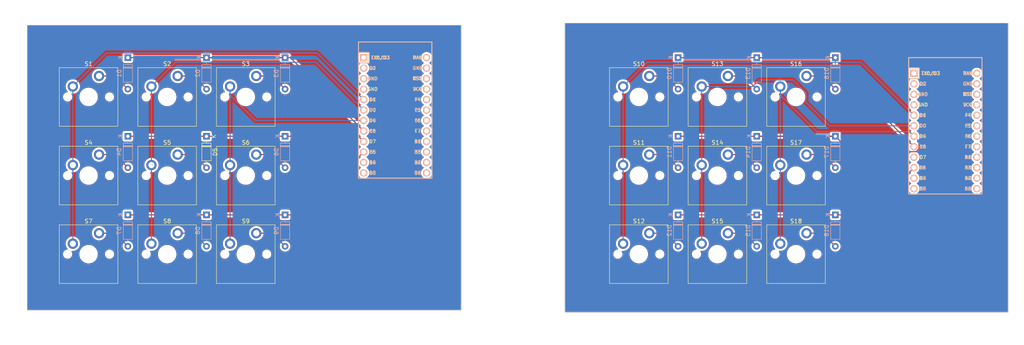
<source format=kicad_pcb>
(kicad_pcb (version 20221018) (generator pcbnew)
  (layers (0 "F.Cu" signal) (31 "B.Cu" signal) (34 "B.Paste" user) (35 "F.Paste" user) (36 "B.SilkS" user "B.Silkscreen") (37 "F.SilkS" user "F.Silkscreen") (38 "B.Mask" user) (39 "F.Mask" user) (44 "Edge.Cuts" user))
  (net 0 "")
  (net 5 "Column0")
  (net 6 "Column1")
  (net 7 "Column2")
  (net 8 "Row0")
  (net 9 "Row2")
  (net 10 "Row1")
  (net 25 "Net-(D1-A)")
  (net 26 "Net-(D2-A)")
  (net 27 "Net-(D3-A)")
  (net 28 "Net-(D4-A)")
  (net 29 "Net-(D5-A)")
  (net 30 "Net-(D6-A)")
  (net 31 "Net-(D7-A)")
  (net 32 "Net-(D8-A)")
  (net 33 "Net-(D9-A)")
  (net 34 "Row01")
  (net 35 "Net-(D10-A)")
  (net 36 "Row11")
  (net 37 "Net-(D11-A)")
  (net 38 "Row21")
  (net 39 "Net-(D12-A)")
  (net 40 "Net-(D13-A)")
  (net 41 "Net-(D14-A)")
  (net 42 "Net-(D15-A)")
  (net 43 "Net-(D16-A)")
  (net 44 "Net-(D17-A)")
  (net 45 "Net-(D18-A)")
  (net 46 "Column01")
  (net 47 "Column11")
  (net 48 "Column21")
  (footprint "ScottoKeebs_MX:MX_PCB_1.00u" (layer "F.Cu") (at 180.975 47.625)
    (fp_text reference "S10" (at 0 -8) (layer "F.SilkS"))
    (fp_text value "Keyswitch")
    (pad "" np_thru_hole circle (at -5.08 0) (size 1.75 1.75) (drill 1.75) (layers "*.Cu" "*.Mask"))
    (pad "" np_thru_hole circle (at 0 0) (size 4 4) (drill 4) (layers "*.Cu" "*.Mask"))
    (pad "" np_thru_hole circle (at 5.08 0) (size 1.75 1.75) (drill 1.75) (layers "*.Cu" "*.Mask"))
    (pad "1" thru_hole circle (at -3.81 -2.54) (size 2.5 2.5) (drill 1.5) (layers "*.Cu" "*.Mask") (net 46 "Column01"))
    (pad "2" thru_hole circle (at 2.54 -5.08) (size 2.5 2.5) (drill 1.5) (layers "*.Cu" "*.Mask") (net 35 "Net-(D10-A)"))
  )
  (footprint "ScottoKeebs_MX:MX_PCB_1.00u" (layer "F.Cu") (at 85.725 66.675)
    (fp_text reference "S6" (at 0 -8) (layer "F.SilkS"))
    (fp_text value "Keyswitch")
    (pad "" np_thru_hole circle (at -5.08 0) (size 1.75 1.75) (drill 1.75) (layers "*.Cu" "*.Mask"))
    (pad "" np_thru_hole circle (at 0 0) (size 4 4) (drill 4) (layers "*.Cu" "*.Mask"))
    (pad "" np_thru_hole circle (at 5.08 0) (size 1.75 1.75) (drill 1.75) (layers "*.Cu" "*.Mask"))
    (pad "1" thru_hole circle (at -3.81 -2.54) (size 2.5 2.5) (drill 1.5) (layers "*.Cu" "*.Mask") (net 7 "Column2"))
    (pad "2" thru_hole circle (at 2.54 -5.08) (size 2.5 2.5) (drill 1.5) (layers "*.Cu" "*.Mask") (net 30 "Net-(D6-A)"))
  )
  (footprint "ScottoKeebs_MX:MX_PCB_1.00u" (layer "F.Cu") (at 200.025 66.675)
    (fp_text reference "S14" (at 0 -8) (layer "F.SilkS"))
    (fp_text value "Keyswitch")
    (pad "" np_thru_hole circle (at -5.08 0) (size 1.75 1.75) (drill 1.75) (layers "*.Cu" "*.Mask"))
    (pad "" np_thru_hole circle (at 0 0) (size 4 4) (drill 4) (layers "*.Cu" "*.Mask"))
    (pad "" np_thru_hole circle (at 5.08 0) (size 1.75 1.75) (drill 1.75) (layers "*.Cu" "*.Mask"))
    (pad "1" thru_hole circle (at -3.81 -2.54) (size 2.5 2.5) (drill 1.5) (layers "*.Cu" "*.Mask") (net 47 "Column11"))
    (pad "2" thru_hole circle (at 2.54 -5.08) (size 2.5 2.5) (drill 1.5) (layers "*.Cu" "*.Mask") (net 41 "Net-(D14-A)"))
  )
  (footprint "ScottoKeebs_MCU:Arduino_Pro_Micro" (layer "F.Cu") (at 121.92 52.07)
    (fp_text reference "U1" hide)
    (fp_text value "Arduino_Pro_Micro" hide)
    (fp_text user "TX0/D3" (at -3.571872 -13.97) (layer "B.SilkS") (effects (font (size 0.8 0.8)) (justify mirror)))
    (fp_text user "B2" (at 5.461 11.43) (layer "B.SilkS") (effects (font (size 0.8 0.8)) (justify mirror)))
    (fp_text user "B5" (at -5.461 13.97) (layer "B.SilkS") (effects (font (size 0.8 0.8)) (justify mirror)))
    (fp_text user "F4" (at 5.461 -3.81) (layer "B.SilkS") (effects (font (size 0.8 0.8)) (justify mirror)))
    (fp_text user "B4" (at -5.461 11.43) (layer "B.SilkS") (effects (font (size 0.8 0.8)) (justify mirror)))
    (fp_text user "ST" (at 5.04 -8.91) (layer "B.SilkS") (effects (font (size 0.8 0.8)) (justify mirror)))
    (fp_text user "B3" (at 5.461 8.89) (layer "B.SilkS") (effects (font (size 0.8 0.8)) (justify mirror)))
    (fp_text user "GND" (at 5.461 -11.43) (layer "B.SilkS") (effects (font (size 0.8 0.8)) (justify mirror)))
    (fp_text user "C6" (at -5.461 3.81) (layer "B.SilkS") (effects (font (size 0.8 0.8)) (justify mirror)))
    (fp_text user "D2" (at -5.461 -11.43) (layer "B.SilkS") (effects (font (size 0.8 0.8)) (justify mirror)))
    (fp_text user "B6" (at 5.461 13.97) (layer "B.SilkS") (effects (font (size 0.8 0.8)) (justify mirror)))
    (fp_text user "GND" (at -5.461 -8.89) (layer "B.SilkS") (effects (font (size 0.8 0.8)) (justify mirror)))
    (fp_text user "B1" (at 5.461 6.35) (layer "B.SilkS") (effects (font (size 0.8 0.8)) (justify mirror)))
    (fp_text user "VCC" (at 5.461 -6.35) (layer "B.SilkS") (effects (font (size 0.8 0.8)) (justify mirror)))
    (fp_text user "D1" (at -5.461 -3.81) (layer "B.SilkS") (effects (font (size 0.8 0.8)) (justify mirror)))
    (fp_text user "RAW" (at 5.461 -13.97) (layer "B.SilkS") (effects (font (size 0.8 0.8)) (justify mirror)))
    (fp_text user "E6" (at -5.461 8.89) (layer "B.SilkS") (effects (font (size 0.8 0.8)) (justify mirror)))
    (fp_text user "F7" (at 5.461 3.81) (layer "B.SilkS") (effects (font (size 0.8 0.8)) (justify mirror)))
    (fp_text user "D0" (at -5.461 -1.27) (layer "B.SilkS") (effects (font (size 0.8 0.8)) (justify mirror)))
    (fp_text user "D4" (at -5.461 1.27) (layer "B.SilkS") (effects (font (size 0.8 0.8)) (justify mirror)))
    (fp_text user "F5" (at 5.461 -1.27) (layer "B.SilkS") (effects (font (size 0.8 0.8)) (justify mirror)))
    (fp_text user "F6" (at 5.461 1.27) (layer "B.SilkS") (effects (font (size 0.8 0.8)) (justify mirror)))
    (fp_text user "B2" (at 5.461 11.43) (layer "F.SilkS") (effects (font (size 0.8 0.8))))
    (fp_text user "F6" (at 5.461 1.27) (layer "F.SilkS") (effects (font (size 0.8 0.8))))
    (fp_text user "F4" (at 5.461 -3.81) (layer "F.SilkS") (effects (font (size 0.8 0.8))))
    (fp_text user "D1" (at -5.461 -3.81) (layer "F.SilkS") (effects (font (size 0.8 0.8))))
    (fp_text user "VCC" (at 5.461 -6.35) (layer "F.SilkS") (effects (font (size 0.8 0.8))))
    (fp_text user "F7" (at 5.461 3.81) (layer "F.SilkS") (effects (font (size 0.8 0.8))))
    (fp_text user "F5" (at 5.461 -1.27) (layer "F.SilkS") (effects (font (size 0.8 0.8))))
    (fp_text user "B3" (at 5.461 8.89) (layer "F.SilkS") (effects (font (size 0.8 0.8))))
    (fp_text user "B1" (at 5.461 6.35) (layer "F.SilkS") (effects (font (size 0.8 0.8))))
    (fp_text user "GND" (at -5.461 -8.89) (layer "F.SilkS") (effects (font (size 0.8 0.8))))
    (fp_text user "GND" (at 5.461 -11.43) (layer "F.SilkS") (effects (font (size 0.8 0.8))))
    (fp_text user "RAW" (at 5.461 -13.97) (layer "F.SilkS") (effects (font (size 0.8 0.8))))
    (fp_text user "B6" (at 5.461 13.97) (layer "F.SilkS") (effects (font (size 0.8 0.8))))
    (fp_text user "E6" (at -5.461 8.89) (layer "F.SilkS") (effects (font (size 0.8 0.8))))
    (fp_text user "B5" (at -5.461 13.97) (layer "F.SilkS") (effects (font (size 0.8 0.8))))
    (fp_text user "D2" (at -5.461 -11.43) (layer "F.SilkS") (effects (font (size 0.8 0.8))))
    (fp_text user "GND" (at -5.461 -6.35) (layer "F.SilkS") (effects (font (size 0.8 0.8))))
    (fp_text user "B4" (at -5.461 11.43) (layer "F.SilkS") (effects (font (size 0.8 0.8))))
    (fp_text user "D4" (at -5.461 1.27) (layer "F.SilkS") (effects (font (size 0.8 0.8))))
    (fp_text user "ST" (at 5.73312 -8.92) (layer "F.SilkS") (effects (font (size 0.8 0.8))))
    (fp_text user "TX0/D3" (at -3.571872 -13.97) (layer "F.SilkS") (effects (font (size 0.8 0.8))))
    (fp_text user "D0" (at -5.461 -1.27) (layer "F.SilkS") (effects (font (size 0.8 0.8))))
    (fp_text user "D7" (at -5.461 6.35) (layer "F.SilkS") (effects (font (size 0.8 0.8))))
    (fp_text user "C6" (at -5.461 3.81) (layer "F.SilkS") (effects (font (size 0.8 0.8))))
    (pad "1" thru_hole rect (at -7.62 -13.97 270) (size 1.7526 1.7526) (drill 1.0922) (layers "*.Cu" "*.SilkS" "*.Mask"))
    (pad "2" thru_hole circle (at -7.62 -11.43 270) (size 1.7526 1.7526) (drill 1.0922) (layers "*.Cu" "*.SilkS" "*.Mask"))
    (pad "3" thru_hole circle (at -7.62 -8.89 270) (size 1.7526 1.7526) (drill 1.0922) (layers "*.Cu" "*.SilkS" "*.Mask"))
    (pad "4" thru_hole circle (at -7.62 -6.35 270) (size 1.7526 1.7526) (drill 1.0922) (layers "*.Cu" "*.SilkS" "*.Mask"))
    (pad "5" thru_hole circle (at -7.62 -3.81 270) (size 1.7526 1.7526) (drill 1.0922) (layers "*.Cu" "*.SilkS" "*.Mask") (net 5 "Column0"))
    (pad "6" thru_hole circle (at -7.62 -1.27 270) (size 1.7526 1.7526) (drill 1.0922) (layers "*.Cu" "*.SilkS" "*.Mask") (net 6 "Column1"))
    (pad "7" thru_hole circle (at -7.62 1.27 270) (size 1.7526 1.7526) (drill 1.0922) (layers "*.Cu" "*.SilkS" "*.Mask") (net 7 "Column2"))
    (pad "8" thru_hole circle (at -7.62 3.81 270) (size 1.7526 1.7526) (drill 1.0922) (layers "*.Cu" "*.SilkS" "*.Mask") (net 8 "Row0"))
    (pad "9" thru_hole circle (at -7.62 6.35 270) (size 1.7526 1.7526) (drill 1.0922) (layers "*.Cu" "*.SilkS" "*.Mask") (net 10 "Row1"))
    (pad "10" thru_hole circle (at -7.62 8.89 270) (size 1.7526 1.7526) (drill 1.0922) (layers "*.Cu" "*.SilkS" "*.Mask") (net 9 "Row2"))
    (pad "11" thru_hole circle (at -7.62 11.43 270) (size 1.7526 1.7526) (drill 1.0922) (layers "*.Cu" "*.SilkS" "*.Mask"))
    (pad "12" thru_hole circle (at -7.62 13.97 270) (size 1.7526 1.7526) (drill 1.0922) (layers "*.Cu" "*.SilkS" "*.Mask"))
    (pad "13" thru_hole circle (at 7.62 13.97 270) (size 1.7526 1.7526) (drill 1.0922) (layers "*.Cu" "*.SilkS" "*.Mask"))
    (pad "14" thru_hole circle (at 7.62 11.43 270) (size 1.7526 1.7526) (drill 1.0922) (layers "*.Cu" "*.SilkS" "*.Mask"))
    (pad "15" thru_hole circle (at 7.62 8.89 270) (size 1.7526 1.7526) (drill 1.0922) (layers "*.Cu" "*.SilkS" "*.Mask"))
    (pad "16" thru_hole circle (at 7.62 6.35 270) (size 1.7526 1.7526) (drill 1.0922) (layers "*.Cu" "*.SilkS" "*.Mask"))
    (pad "17" thru_hole circle (at 7.62 3.81 270) (size 1.7526 1.7526) (drill 1.0922) (layers "*.Cu" "*.SilkS" "*.Mask"))
    (pad "18" thru_hole circle (at 7.62 1.27 270) (size 1.7526 1.7526) (drill 1.0922) (layers "*.Cu" "*.SilkS" "*.Mask"))
    (pad "19" thru_hole circle (at 7.62 -1.27 270) (size 1.7526 1.7526) (drill 1.0922) (layers "*.Cu" "*.SilkS" "*.Mask"))
    (pad "20" thru_hole circle (at 7.62 -3.81 270) (size 1.7526 1.7526) (drill 1.0922) (layers "*.Cu" "*.SilkS" "*.Mask"))
    (pad "21" thru_hole circle (at 7.62 -6.35 270) (size 1.7526 1.7526) (drill 1.0922) (layers "*.Cu" "*.SilkS" "*.Mask"))
    (pad "22" thru_hole circle (at 7.62 -8.89 270) (size 1.7526 1.7526) (drill 1.0922) (layers "*.Cu" "*.SilkS" "*.Mask"))
    (pad "23" thru_hole circle (at 7.62 -11.43 270) (size 1.7526 1.7526) (drill 1.0922) (layers "*.Cu" "*.SilkS" "*.Mask"))
    (pad "24" thru_hole circle (at 7.62 -13.97 270) (size 1.7526 1.7526) (drill 1.0922) (layers "*.Cu" "*.SilkS" "*.Mask"))
  )
  (footprint "ScottoKeebs_Components:Diode_DO-35" (layer "F.Cu") (at 76.2 57.15 -90)
    (fp_text reference "D5" (at 3.81 -2.12 90) (layer "F.SilkS"))
    (fp_text value "Diode")
    (fp_text user "K" (at 0 -1.8 90) (layer "F.SilkS"))
    (pad "1" thru_hole rect (at 0 0 270) (size 1.6 1.6) (drill 0.8) (layers "*.Cu" "*.Mask") (net 10 "Row1"))
    (pad "2" thru_hole oval (at 7.62 0 270) (size 1.6 1.6) (drill 0.8) (layers "*.Cu" "*.Mask") (net 29 "Net-(D5-A)"))
  )
  (footprint "ScottoKeebs_MX:MX_PCB_1.00u" (layer "F.Cu") (at 47.625 47.625)
    (fp_text reference "S1" (at 0 -8) (layer "F.SilkS"))
    (fp_text value "Keyswitch")
    (pad "" np_thru_hole circle (at -5.08 0) (size 1.75 1.75) (drill 1.75) (layers "*.Cu" "*.Mask"))
    (pad "" np_thru_hole circle (at 0 0) (size 4 4) (drill 4) (layers "*.Cu" "*.Mask"))
    (pad "" np_thru_hole circle (at 5.08 0) (size 1.75 1.75) (drill 1.75) (layers "*.Cu" "*.Mask"))
    (pad "1" thru_hole circle (at -3.81 -2.54) (size 2.5 2.5) (drill 1.5) (layers "*.Cu" "*.Mask") (net 5 "Column0"))
    (pad "2" thru_hole circle (at 2.54 -5.08) (size 2.5 2.5) (drill 1.5) (layers "*.Cu" "*.Mask") (net 25 "Net-(D1-A)"))
  )
  (footprint "ScottoKeebs_MX:MX_PCB_1.00u" (layer "F.Cu") (at 47.625 85.725)
    (fp_text reference "S7" (at 0 -8) (layer "F.SilkS"))
    (fp_text value "Keyswitch")
    (pad "" np_thru_hole circle (at -5.08 0) (size 1.75 1.75) (drill 1.75) (layers "*.Cu" "*.Mask"))
    (pad "" np_thru_hole circle (at 0 0) (size 4 4) (drill 4) (layers "*.Cu" "*.Mask"))
    (pad "" np_thru_hole circle (at 5.08 0) (size 1.75 1.75) (drill 1.75) (layers "*.Cu" "*.Mask"))
    (pad "1" thru_hole circle (at -3.81 -2.54) (size 2.5 2.5) (drill 1.5) (layers "*.Cu" "*.Mask") (net 5 "Column0"))
    (pad "2" thru_hole circle (at 2.54 -5.08) (size 2.5 2.5) (drill 1.5) (layers "*.Cu" "*.Mask") (net 31 "Net-(D7-A)"))
  )
  (footprint "ScottoKeebs_MX:MX_PCB_1.00u" (layer "F.Cu") (at 66.675 47.625)
    (fp_text reference "S2" (at 0 -8) (layer "F.SilkS"))
    (fp_text value "Keyswitch")
    (pad "" np_thru_hole circle (at -5.08 0) (size 1.75 1.75) (drill 1.75) (layers "*.Cu" "*.Mask"))
    (pad "" np_thru_hole circle (at 0 0) (size 4 4) (drill 4) (layers "*.Cu" "*.Mask"))
    (pad "" np_thru_hole circle (at 5.08 0) (size 1.75 1.75) (drill 1.75) (layers "*.Cu" "*.Mask"))
    (pad "1" thru_hole circle (at -3.81 -2.54) (size 2.5 2.5) (drill 1.5) (layers "*.Cu" "*.Mask") (net 6 "Column1"))
    (pad "2" thru_hole circle (at 2.54 -5.08) (size 2.5 2.5) (drill 1.5) (layers "*.Cu" "*.Mask") (net 26 "Net-(D2-A)"))
  )
  (footprint "ScottoKeebs_MX:MX_PCB_1.00u" (layer "F.Cu") (at 66.675 66.675)
    (fp_text reference "S5" (at 0 -8) (layer "F.SilkS"))
    (fp_text value "Keyswitch")
    (pad "" np_thru_hole circle (at -5.08 0) (size 1.75 1.75) (drill 1.75) (layers "*.Cu" "*.Mask"))
    (pad "" np_thru_hole circle (at 0 0) (size 4 4) (drill 4) (layers "*.Cu" "*.Mask"))
    (pad "" np_thru_hole circle (at 5.08 0) (size 1.75 1.75) (drill 1.75) (layers "*.Cu" "*.Mask"))
    (pad "1" thru_hole circle (at -3.81 -2.54) (size 2.5 2.5) (drill 1.5) (layers "*.Cu" "*.Mask") (net 6 "Column1"))
    (pad "2" thru_hole circle (at 2.54 -5.08) (size 2.5 2.5) (drill 1.5) (layers "*.Cu" "*.Mask") (net 29 "Net-(D5-A)"))
  )
  (footprint "ScottoKeebs_MX:MX_PCB_1.00u" (layer "F.Cu") (at 180.975 66.675)
    (fp_text reference "S11" (at 0 -8) (layer "F.SilkS"))
    (fp_text value "Keyswitch")
    (pad "" np_thru_hole circle (at -5.08 0) (size 1.75 1.75) (drill 1.75) (layers "*.Cu" "*.Mask"))
    (pad "" np_thru_hole circle (at 0 0) (size 4 4) (drill 4) (layers "*.Cu" "*.Mask"))
    (pad "" np_thru_hole circle (at 5.08 0) (size 1.75 1.75) (drill 1.75) (layers "*.Cu" "*.Mask"))
    (pad "1" thru_hole circle (at -3.81 -2.54) (size 2.5 2.5) (drill 1.5) (layers "*.Cu" "*.Mask") (net 46 "Column01"))
    (pad "2" thru_hole circle (at 2.54 -5.08) (size 2.5 2.5) (drill 1.5) (layers "*.Cu" "*.Mask") (net 37 "Net-(D11-A)"))
  )
  (footprint "ScottoKeebs_MX:MX_PCB_1.00u" (layer "F.Cu") (at 85.725 85.725)
    (fp_text reference "S9" (at 0 -8) (layer "F.SilkS"))
    (fp_text value "Keyswitch")
    (pad "" np_thru_hole circle (at -5.08 0) (size 1.75 1.75) (drill 1.75) (layers "*.Cu" "*.Mask"))
    (pad "" np_thru_hole circle (at 0 0) (size 4 4) (drill 4) (layers "*.Cu" "*.Mask"))
    (pad "" np_thru_hole circle (at 5.08 0) (size 1.75 1.75) (drill 1.75) (layers "*.Cu" "*.Mask"))
    (pad "1" thru_hole circle (at -3.81 -2.54) (size 2.5 2.5) (drill 1.5) (layers "*.Cu" "*.Mask") (net 7 "Column2"))
    (pad "2" thru_hole circle (at 2.54 -5.08) (size 2.5 2.5) (drill 1.5) (layers "*.Cu" "*.Mask") (net 33 "Net-(D9-A)"))
  )
  (footprint "ScottoKeebs_MX:MX_PCB_1.00u" (layer "F.Cu") (at 200.025 47.625)
    (fp_text reference "S13" (at 0 -8) (layer "F.SilkS"))
    (fp_text value "Keyswitch")
    (pad "" np_thru_hole circle (at -5.08 0) (size 1.75 1.75) (drill 1.75) (layers "*.Cu" "*.Mask"))
    (pad "" np_thru_hole circle (at 0 0) (size 4 4) (drill 4) (layers "*.Cu" "*.Mask"))
    (pad "" np_thru_hole circle (at 5.08 0) (size 1.75 1.75) (drill 1.75) (layers "*.Cu" "*.Mask"))
    (pad "1" thru_hole circle (at -3.81 -2.54) (size 2.5 2.5) (drill 1.5) (layers "*.Cu" "*.Mask") (net 47 "Column11"))
    (pad "2" thru_hole circle (at 2.54 -5.08) (size 2.5 2.5) (drill 1.5) (layers "*.Cu" "*.Mask") (net 40 "Net-(D13-A)"))
  )
  (footprint "ScottoKeebs_MX:MX_PCB_1.00u" (layer "F.Cu") (at 47.625 66.675)
    (fp_text reference "S4" (at 0 -8) (layer "F.SilkS"))
    (fp_text value "Keyswitch")
    (pad "" np_thru_hole circle (at -5.08 0) (size 1.75 1.75) (drill 1.75) (layers "*.Cu" "*.Mask"))
    (pad "" np_thru_hole circle (at 0 0) (size 4 4) (drill 4) (layers "*.Cu" "*.Mask"))
    (pad "" np_thru_hole circle (at 5.08 0) (size 1.75 1.75) (drill 1.75) (layers "*.Cu" "*.Mask"))
    (pad "1" thru_hole circle (at -3.81 -2.54) (size 2.5 2.5) (drill 1.5) (layers "*.Cu" "*.Mask") (net 5 "Column0"))
    (pad "2" thru_hole circle (at 2.54 -5.08) (size 2.5 2.5) (drill 1.5) (layers "*.Cu" "*.Mask") (net 28 "Net-(D4-A)"))
  )
  (footprint "ScottoKeebs_MX:MX_PCB_1.00u" (layer "F.Cu") (at 219.075 66.675)
    (fp_text reference "S17" (at 0 -8) (layer "F.SilkS"))
    (fp_text value "Keyswitch")
    (pad "" np_thru_hole circle (at -5.08 0) (size 1.75 1.75) (drill 1.75) (layers "*.Cu" "*.Mask"))
    (pad "" np_thru_hole circle (at 0 0) (size 4 4) (drill 4) (layers "*.Cu" "*.Mask"))
    (pad "" np_thru_hole circle (at 5.08 0) (size 1.75 1.75) (drill 1.75) (layers "*.Cu" "*.Mask"))
    (pad "1" thru_hole circle (at -3.81 -2.54) (size 2.5 2.5) (drill 1.5) (layers "*.Cu" "*.Mask") (net 48 "Column21"))
    (pad "2" thru_hole circle (at 2.54 -5.08) (size 2.5 2.5) (drill 1.5) (layers "*.Cu" "*.Mask") (net 44 "Net-(D17-A)"))
  )
  (footprint "ScottoKeebs_MX:MX_PCB_1.00u" (layer "F.Cu") (at 200.025 85.725)
    (fp_text reference "S15" (at 0 -8) (layer "F.SilkS"))
    (fp_text value "Keyswitch")
    (pad "" np_thru_hole circle (at -5.08 0) (size 1.75 1.75) (drill 1.75) (layers "*.Cu" "*.Mask"))
    (pad "" np_thru_hole circle (at 0 0) (size 4 4) (drill 4) (layers "*.Cu" "*.Mask"))
    (pad "" np_thru_hole circle (at 5.08 0) (size 1.75 1.75) (drill 1.75) (layers "*.Cu" "*.Mask"))
    (pad "1" thru_hole circle (at -3.81 -2.54) (size 2.5 2.5) (drill 1.5) (layers "*.Cu" "*.Mask") (net 47 "Column11"))
    (pad "2" thru_hole circle (at 2.54 -5.08) (size 2.5 2.5) (drill 1.5) (layers "*.Cu" "*.Mask") (net 42 "Net-(D15-A)"))
  )
  (footprint "ScottoKeebs_MX:MX_PCB_1.00u" (layer "F.Cu") (at 219.075 85.725)
    (fp_text reference "S18" (at 0 -8) (layer "F.SilkS"))
    (fp_text value "Keyswitch")
    (pad "" np_thru_hole circle (at -5.08 0) (size 1.75 1.75) (drill 1.75) (layers "*.Cu" "*.Mask"))
    (pad "" np_thru_hole circle (at 0 0) (size 4 4) (drill 4) (layers "*.Cu" "*.Mask"))
    (pad "" np_thru_hole circle (at 5.08 0) (size 1.75 1.75) (drill 1.75) (layers "*.Cu" "*.Mask"))
    (pad "1" thru_hole circle (at -3.81 -2.54) (size 2.5 2.5) (drill 1.5) (layers "*.Cu" "*.Mask") (net 48 "Column21"))
    (pad "2" thru_hole circle (at 2.54 -5.08) (size 2.5 2.5) (drill 1.5) (layers "*.Cu" "*.Mask") (net 45 "Net-(D18-A)"))
  )
  (footprint "ScottoKeebs_MCU:Arduino_Pro_Micro" (layer "F.Cu") (at 255.27 55.88)
    (fp_text reference "U2" hide)
    (fp_text value "Arduino_Pro_Micro" hide)
    (fp_text user "ST" (at 5.04 -8.91) (layer "B.SilkS") (effects (font (size 0.8 0.8)) (justify mirror)))
    (fp_text user "B2" (at 5.461 11.43) (layer "B.SilkS") (effects (font (size 0.8 0.8)) (justify mirror)))
    (fp_text user "E6" (at -5.461 8.89) (layer "B.SilkS") (effects (font (size 0.8 0.8)) (justify mirror)))
    (fp_text user "F7" (at 5.461 3.81) (layer "B.SilkS") (effects (font (size 0.8 0.8)) (justify mirror)))
    (fp_text user "B1" (at 5.461 6.35) (layer "B.SilkS") (effects (font (size 0.8 0.8)) (justify mirror)))
    (fp_text user "B4" (at -5.461 11.43) (layer "B.SilkS") (effects (font (size 0.8 0.8)) (justify mirror)))
    (fp_text user "B3" (at 5.461 8.89) (layer "B.SilkS") (effects (font (size 0.8 0.8)) (justify mirror)))
    (fp_text user "D4" (at -5.461 1.27) (layer "B.SilkS") (effects (font (size 0.8 0.8)) (justify mirror)))
    (fp_text user "D2" (at -5.461 -11.43) (layer "B.SilkS") (effects (font (size 0.8 0.8)) (justify mirror)))
    (fp_text user "D1" (at -5.461 -3.81) (layer "B.SilkS") (effects (font (size 0.8 0.8)) (justify mirror)))
    (fp_text user "B6" (at 5.461 13.97) (layer "B.SilkS") (effects (font (size 0.8 0.8)) (justify mirror)))
    (fp_text user "F5" (at 5.461 -1.27) (layer "B.SilkS") (effects (font (size 0.8 0.8)) (justify mirror)))
    (fp_text user "TX0/D3" (at -3.571872 -13.97) (layer "B.SilkS") (effects (font (size 0.8 0.8)) (justify mirror)))
    (fp_text user "F4" (at 5.461 -3.81) (layer "B.SilkS") (effects (font (size 0.8 0.8)) (justify mirror)))
    (fp_text user "D0" (at -5.461 -1.27) (layer "B.SilkS") (effects (font (size 0.8 0.8)) (justify mirror)))
    (fp_text user "VCC" (at 5.461 -6.35) (layer "B.SilkS") (effects (font (size 0.8 0.8)) (justify mirror)))
    (fp_text user "B5" (at -5.461 13.97) (layer "B.SilkS") (effects (font (size 0.8 0.8)) (justify mirror)))
    (fp_text user "GND" (at 5.461 -11.43) (layer "B.SilkS") (effects (font (size 0.8 0.8)) (justify mirror)))
    (fp_text user "RAW" (at 5.461 -13.97) (layer "B.SilkS") (effects (font (size 0.8 0.8)) (justify mirror)))
    (fp_text user "GND" (at -5.461 -8.89) (layer "B.SilkS") (effects (font (size 0.8 0.8)) (justify mirror)))
    (fp_text user "F6" (at 5.461 1.27) (layer "B.SilkS") (effects (font (size 0.8 0.8)) (justify mirror)))
    (fp_text user "C6" (at -5.461 3.81) (layer "B.SilkS") (effects (font (size 0.8 0.8)) (justify mirror)))
    (fp_text user "ST" (at 5.73312 -8.92) (layer "F.SilkS") (effects (font (size 0.8 0.8))))
    (fp_text user "GND" (at -5.461 -8.89) (layer "F.SilkS") (effects (font (size 0.8 0.8))))
    (fp_text user "B4" (at -5.461 11.43) (layer "F.SilkS") (effects (font (size 0.8 0.8))))
    (fp_text user "B3" (at 5.461 8.89) (layer "F.SilkS") (effects (font (size 0.8 0.8))))
    (fp_text user "F5" (at 5.461 -1.27) (layer "F.SilkS") (effects (font (size 0.8 0.8))))
    (fp_text user "B2" (at 5.461 11.43) (layer "F.SilkS") (effects (font (size 0.8 0.8))))
    (fp_text user "F6" (at 5.461 1.27) (layer "F.SilkS") (effects (font (size 0.8 0.8))))
    (fp_text user "F7" (at 5.461 3.81) (layer "F.SilkS") (effects (font (size 0.8 0.8))))
    (fp_text user "GND" (at -5.461 -6.35) (layer "F.SilkS") (effects (font (size 0.8 0.8))))
    (fp_text user "D4" (at -5.461 1.27) (layer "F.SilkS") (effects (font (size 0.8 0.8))))
    (fp_text user "RAW" (at 5.461 -13.97) (layer "F.SilkS") (effects (font (size 0.8 0.8))))
    (fp_text user "E6" (at -5.461 8.89) (layer "F.SilkS") (effects (font (size 0.8 0.8))))
    (fp_text user "TX0/D3" (at -3.571872 -13.97) (layer "F.SilkS") (effects (font (size 0.8 0.8))))
    (fp_text user "D1" (at -5.461 -3.81) (layer "F.SilkS") (effects (font (size 0.8 0.8))))
    (fp_text user "B6" (at 5.461 13.97) (layer "F.SilkS") (effects (font (size 0.8 0.8))))
    (fp_text user "F4" (at 5.461 -3.81) (layer "F.SilkS") (effects (font (size 0.8 0.8))))
    (fp_text user "B1" (at 5.461 6.35) (layer "F.SilkS") (effects (font (size 0.8 0.8))))
    (fp_text user "GND" (at 5.461 -11.43) (layer "F.SilkS") (effects (font (size 0.8 0.8))))
    (fp_text user "D7" (at -5.461 6.35) (layer "F.SilkS") (effects (font (size 0.8 0.8))))
    (fp_text user "C6" (at -5.461 3.81) (layer "F.SilkS") (effects (font (size 0.8 0.8))))
    (fp_text user "D0" (at -5.461 -1.27) (layer "F.SilkS") (effects (font (size 0.8 0.8))))
    (fp_text user "VCC" (at 5.461 -6.35) (layer "F.SilkS") (effects (font (size 0.8 0.8))))
    (fp_text user "B5" (at -5.461 13.97) (layer "F.SilkS") (effects (font (size 0.8 0.8))))
    (fp_text user "D2" (at -5.461 -11.43) (layer "F.SilkS") (effects (font (size 0.8 0.8))))
    (pad "1" thru_hole rect (at -7.62 -13.97 270) (size 1.7526 1.7526) (drill 1.0922) (layers "*.Cu" "*.SilkS" "*.Mask"))
    (pad "2" thru_hole circle (at -7.62 -11.43 270) (size 1.7526 1.7526) (drill 1.0922) (layers "*.Cu" "*.SilkS" "*.Mask"))
    (pad "3" thru_hole circle (at -7.62 -8.89 270) (size 1.7526 1.7526) (drill 1.0922) (layers "*.Cu" "*.SilkS" "*.Mask"))
    (pad "4" thru_hole circle (at -7.62 -6.35 270) (size 1.7526 1.7526) (drill 1.0922) (layers "*.Cu" "*.SilkS" "*.Mask"))
    (pad "5" thru_hole circle (at -7.62 -3.81 270) (size 1.7526 1.7526) (drill 1.0922) (layers "*.Cu" "*.SilkS" "*.Mask") (net 46 "Column01"))
    (pad "6" thru_hole circle (at -7.62 -1.27 270) (size 1.7526 1.7526) (drill 1.0922) (layers "*.Cu" "*.SilkS" "*.Mask") (net 47 "Column11"))
    (pad "7" thru_hole circle (at -7.62 1.27 270) (size 1.7526 1.7526) (drill 1.0922) (layers "*.Cu" "*.SilkS" "*.Mask") (net 48 "Column21"))
    (pad "8" thru_hole circle (at -7.62 3.81 270) (size 1.7526 1.7526) (drill 1.0922) (layers "*.Cu" "*.SilkS" "*.Mask") (net 34 "Row01"))
    (pad "9" thru_hole circle (at -7.62 6.35 270) (size 1.7526 1.7526) (drill 1.0922) (layers "*.Cu" "*.SilkS" "*.Mask") (net 36 "Row11"))
    (pad "10" thru_hole circle (at -7.62 8.89 270) (size 1.7526 1.7526) (drill 1.0922) (layers "*.Cu" "*.SilkS" "*.Mask") (net 38 "Row21"))
    (pad "11" thru_hole circle (at -7.62 11.43 270) (size 1.7526 1.7526) (drill 1.0922) (layers "*.Cu" "*.SilkS" "*.Mask"))
    (pad "12" thru_hole circle (at -7.62 13.97 270) (size 1.7526 1.7526) (drill 1.0922) (layers "*.Cu" "*.SilkS" "*.Mask"))
    (pad "13" thru_hole circle (at 7.62 13.97 270) (size 1.7526 1.7526) (drill 1.0922) (layers "*.Cu" "*.SilkS" "*.Mask"))
    (pad "14" thru_hole circle (at 7.62 11.43 270) (size 1.7526 1.7526) (drill 1.0922) (layers "*.Cu" "*.SilkS" "*.Mask"))
    (pad "15" thru_hole circle (at 7.62 8.89 270) (size 1.7526 1.7526) (drill 1.0922) (layers "*.Cu" "*.SilkS" "*.Mask"))
    (pad "16" thru_hole circle (at 7.62 6.35 270) (size 1.7526 1.7526) (drill 1.0922) (layers "*.Cu" "*.SilkS" "*.Mask"))
    (pad "17" thru_hole circle (at 7.62 3.81 270) (size 1.7526 1.7526) (drill 1.0922) (layers "*.Cu" "*.SilkS" "*.Mask"))
    (pad "18" thru_hole circle (at 7.62 1.27 270) (size 1.7526 1.7526) (drill 1.0922) (layers "*.Cu" "*.SilkS" "*.Mask"))
    (pad "19" thru_hole circle (at 7.62 -1.27 270) (size 1.7526 1.7526) (drill 1.0922) (layers "*.Cu" "*.SilkS" "*.Mask"))
    (pad "20" thru_hole circle (at 7.62 -3.81 270) (size 1.7526 1.7526) (drill 1.0922) (layers "*.Cu" "*.SilkS" "*.Mask"))
    (pad "21" thru_hole circle (at 7.62 -6.35 270) (size 1.7526 1.7526) (drill 1.0922) (layers "*.Cu" "*.SilkS" "*.Mask"))
    (pad "22" thru_hole circle (at 7.62 -8.89 270) (size 1.7526 1.7526) (drill 1.0922) (layers "*.Cu" "*.SilkS" "*.Mask"))
    (pad "23" thru_hole circle (at 7.62 -11.43 270) (size 1.7526 1.7526) (drill 1.0922) (layers "*.Cu" "*.SilkS" "*.Mask"))
    (pad "24" thru_hole circle (at 7.62 -13.97 270) (size 1.7526 1.7526) (drill 1.0922) (layers "*.Cu" "*.SilkS" "*.Mask"))
  )
  (footprint "ScottoKeebs_MX:MX_PCB_1.00u" (layer "F.Cu") (at 219.075 47.625)
    (fp_text reference "S16" (at 0 -8) (layer "F.SilkS"))
    (fp_text value "Keyswitch")
    (pad "" np_thru_hole circle (at -5.08 0) (size 1.75 1.75) (drill 1.75) (layers "*.Cu" "*.Mask"))
    (pad "" np_thru_hole circle (at 0 0) (size 4 4) (drill 4) (layers "*.Cu" "*.Mask"))
    (pad "" np_thru_hole circle (at 5.08 0) (size 1.75 1.75) (drill 1.75) (layers "*.Cu" "*.Mask"))
    (pad "1" thru_hole circle (at -3.81 -2.54) (size 2.5 2.5) (drill 1.5) (layers "*.Cu" "*.Mask") (net 48 "Column21"))
    (pad "2" thru_hole circle (at 2.54 -5.08) (size 2.5 2.5) (drill 1.5) (layers "*.Cu" "*.Mask") (net 43 "Net-(D16-A)"))
  )
  (footprint "ScottoKeebs_MX:MX_PCB_1.00u" (layer "F.Cu") (at 66.675 85.725)
    (fp_text reference "S8" (at 0 -8) (layer "F.SilkS"))
    (fp_text value "Keyswitch")
    (pad "" np_thru_hole circle (at -5.08 0) (size 1.75 1.75) (drill 1.75) (layers "*.Cu" "*.Mask"))
    (pad "" np_thru_hole circle (at 0 0) (size 4 4) (drill 4) (layers "*.Cu" "*.Mask"))
    (pad "" np_thru_hole circle (at 5.08 0) (size 1.75 1.75) (drill 1.75) (layers "*.Cu" "*.Mask"))
    (pad "1" thru_hole circle (at -3.81 -2.54) (size 2.5 2.5) (drill 1.5) (layers "*.Cu" "*.Mask") (net 6 "Column1"))
    (pad "2" thru_hole circle (at 2.54 -5.08) (size 2.5 2.5) (drill 1.5) (layers "*.Cu" "*.Mask") (net 32 "Net-(D8-A)"))
  )
  (footprint "ScottoKeebs_MX:MX_PCB_1.00u" (layer "F.Cu") (at 85.725 47.625)
    (fp_text reference "S3" (at 0 -8) (layer "F.SilkS"))
    (fp_text value "Keyswitch")
    (pad "" np_thru_hole circle (at -5.08 0) (size 1.75 1.75) (drill 1.75) (layers "*.Cu" "*.Mask"))
    (pad "" np_thru_hole circle (at 0 0) (size 4 4) (drill 4) (layers "*.Cu" "*.Mask"))
    (pad "" np_thru_hole circle (at 5.08 0) (size 1.75 1.75) (drill 1.75) (layers "*.Cu" "*.Mask"))
    (pad "1" thru_hole circle (at -3.81 -2.54) (size 2.5 2.5) (drill 1.5) (layers "*.Cu" "*.Mask") (net 7 "Column2"))
    (pad "2" thru_hole circle (at 2.54 -5.08) (size 2.5 2.5) (drill 1.5) (layers "*.Cu" "*.Mask") (net 27 "Net-(D3-A)"))
  )
  (footprint "ScottoKeebs_MX:MX_PCB_1.00u" (layer "F.Cu") (at 180.975 85.725)
    (fp_text reference "S12" (at 0 -8) (layer "F.SilkS"))
    (fp_text value "Keyswitch")
    (pad "" np_thru_hole circle (at -5.08 0) (size 1.75 1.75) (drill 1.75) (layers "*.Cu" "*.Mask"))
    (pad "" np_thru_hole circle (at 0 0) (size 4 4) (drill 4) (layers "*.Cu" "*.Mask"))
    (pad "" np_thru_hole circle (at 5.08 0) (size 1.75 1.75) (drill 1.75) (layers "*.Cu" "*.Mask"))
    (pad "1" thru_hole circle (at -3.81 -2.54) (size 2.5 2.5) (drill 1.5) (layers "*.Cu" "*.Mask") (net 46 "Column01"))
    (pad "2" thru_hole circle (at 2.54 -5.08) (size 2.5 2.5) (drill 1.5) (layers "*.Cu" "*.Mask") (net 39 "Net-(D12-A)"))
  )
  (footprint "ScottoKeebs_Components:Diode_DO-35" (layer "B.Cu") (at 76.2 38.1 -90)
    (fp_text reference "D2" (at 3.81 2.12 90) (layer "B.SilkS") (effects (justify mirror)))
    (fp_text value "Diode")
    (fp_text user "K" (at 0 1.8 90) (layer "B.SilkS") (effects (justify mirror)))
    (pad "1" thru_hole rect (at 0 0 270) (size 1.6 1.6) (drill 0.8) (layers "*.Cu" "*.Mask") (net 8 "Row0"))
    (pad "2" thru_hole oval (at 7.62 0 270) (size 1.6 1.6) (drill 0.8) (layers "*.Cu" "*.Mask") (net 26 "Net-(D2-A)"))
  )
  (footprint "ScottoKeebs_Components:Diode_DO-35" (layer "B.Cu") (at 95.25 76.2 -90)
    (fp_text reference "D9" (at 3.81 2.12 90) (layer "B.SilkS") (effects (justify mirror)))
    (fp_text value "Diode")
    (fp_text user "K" (at 0 1.8 90) (layer "B.SilkS") (effects (justify mirror)))
    (pad "1" thru_hole rect (at 0 0 270) (size 1.6 1.6) (drill 0.8) (layers "*.Cu" "*.Mask") (net 9 "Row2"))
    (pad "2" thru_hole oval (at 7.62 0 270) (size 1.6 1.6) (drill 0.8) (layers "*.Cu" "*.Mask") (net 33 "Net-(D9-A)"))
  )
  (footprint "ScottoKeebs_Components:Diode_DO-35" (layer "B.Cu") (at 209.55 38.1 -90)
    (fp_text reference "D13" (at 3.81 2.12 90) (layer "B.SilkS") (effects (justify mirror)))
    (fp_text value "Diode")
    (fp_text user "K" (at 0 1.8 90) (layer "B.SilkS") (effects (justify mirror)))
    (pad "1" thru_hole rect (at 0 0 270) (size 1.6 1.6) (drill 0.8) (layers "*.Cu" "*.Mask") (net 34 "Row01"))
    (pad "2" thru_hole oval (at 7.62 0 270) (size 1.6 1.6) (drill 0.8) (layers "*.Cu" "*.Mask") (net 40 "Net-(D13-A)"))
  )
  (footprint "ScottoKeebs_Components:Diode_DO-35" (layer "B.Cu") (at 228.6 57.15 -90)
    (fp_text reference "D17" (at 3.81 2.12 90) (layer "B.SilkS") (effects (justify mirror)))
    (fp_text value "Diode")
    (fp_text user "K" (at 0 1.8 90) (layer "B.SilkS") (effects (justify mirror)))
    (pad "1" thru_hole rect (at 0 0 270) (size 1.6 1.6) (drill 0.8) (layers "*.Cu" "*.Mask") (net 36 "Row11"))
    (pad "2" thru_hole oval (at 7.62 0 270) (size 1.6 1.6) (drill 0.8) (layers "*.Cu" "*.Mask") (net 44 "Net-(D17-A)"))
  )
  (footprint "ScottoKeebs_Components:Diode_DO-35" (layer "B.Cu") (at 209.55 57.15 -90)
    (fp_text reference "D14" (at 3.81 2.12 90) (layer "B.SilkS") (effects (justify mirror)))
    (fp_text value "Diode")
    (fp_text user "K" (at 0 1.8 90) (layer "B.SilkS") (effects (justify mirror)))
    (pad "1" thru_hole rect (at 0 0 270) (size 1.6 1.6) (drill 0.8) (layers "*.Cu" "*.Mask") (net 36 "Row11"))
    (pad "2" thru_hole oval (at 7.62 0 270) (size 1.6 1.6) (drill 0.8) (layers "*.Cu" "*.Mask") (net 41 "Net-(D14-A)"))
  )
  (footprint "ScottoKeebs_Components:Diode_DO-35" (layer "B.Cu") (at 57.15 76.2 -90)
    (fp_text reference "D7" (at 3.81 2.12 90) (layer "B.SilkS") (effects (justify mirror)))
    (fp_text value "Diode")
    (fp_text user "K" (at 0 1.8 90) (layer "B.SilkS") (effects (justify mirror)))
    (pad "1" thru_hole rect (at 0 0 270) (size 1.6 1.6) (drill 0.8) (layers "*.Cu" "*.Mask") (net 9 "Row2"))
    (pad "2" thru_hole oval (at 7.62 0 270) (size 1.6 1.6) (drill 0.8) (layers "*.Cu" "*.Mask") (net 31 "Net-(D7-A)"))
  )
  (footprint "ScottoKeebs_Components:Diode_DO-35" (layer "B.Cu") (at 228.6 38.1 -90)
    (fp_text reference "D16" (at 3.81 2.12 90) (layer "B.SilkS") (effects (justify mirror)))
    (fp_text value "Diode")
    (fp_text user "K" (at 0 1.8 90) (layer "B.SilkS") (effects (justify mirror)))
    (pad "1" thru_hole rect (at 0 0 270) (size 1.6 1.6) (drill 0.8) (layers "*.Cu" "*.Mask") (net 34 "Row01"))
    (pad "2" thru_hole oval (at 7.62 0 270) (size 1.6 1.6) (drill 0.8) (layers "*.Cu" "*.Mask") (net 43 "Net-(D16-A)"))
  )
  (footprint "ScottoKeebs_Components:Diode_DO-35" (layer "B.Cu") (at 76.2 76.2 -90)
    (fp_text reference "D8" (at 3.81 2.12 90) (layer "B.SilkS") (effects (justify mirror)))
    (fp_text value "Diode")
    (fp_text user "K" (at 0 1.8 90) (layer "B.SilkS") (effects (justify mirror)))
    (pad "1" thru_hole rect (at 0 0 270) (size 1.6 1.6) (drill 0.8) (layers "*.Cu" "*.Mask") (net 9 "Row2"))
    (pad "2" thru_hole oval (at 7.62 0 270) (size 1.6 1.6) (drill 0.8) (layers "*.Cu" "*.Mask") (net 32 "Net-(D8-A)"))
  )
  (footprint "ScottoKeebs_Components:Diode_DO-35" (layer "B.Cu") (at 190.5 76.2 -90)
    (fp_text reference "D12" (at 3.81 2.12 90) (layer "B.SilkS") (effects (justify mirror)))
    (fp_text value "Diode")
    (fp_text user "K" (at 0 1.8 90) (layer "B.SilkS") (effects (justify mirror)))
    (pad "1" thru_hole rect (at 0 0 270) (size 1.6 1.6) (drill 0.8) (layers "*.Cu" "*.Mask") (net 38 "Row21"))
    (pad "2" thru_hole oval (at 7.62 0 270) (size 1.6 1.6) (drill 0.8) (layers "*.Cu" "*.Mask") (net 39 "Net-(D12-A)"))
  )
  (footprint "ScottoKeebs_Components:Diode_DO-35" (layer "B.Cu") (at 57.15 57.15 -90)
    (fp_text reference "D4" (at 3.81 2.12 90) (layer "B.SilkS") (effects (justify mirror)))
    (fp_text value "Diode")
    (fp_text user "K" (at 0 1.8 90) (layer "B.SilkS") (effects (justify mirror)))
    (pad "1" thru_hole rect (at 0 0 270) (size 1.6 1.6) (drill 0.8) (layers "*.Cu" "*.Mask") (net 10 "Row1"))
    (pad "2" thru_hole oval (at 7.62 0 270) (size 1.6 1.6) (drill 0.8) (layers "*.Cu" "*.Mask") (net 28 "Net-(D4-A)"))
  )
  (footprint "ScottoKeebs_Components:Diode_DO-35" (layer "B.Cu") (at 190.5 38.1 -90)
    (fp_text reference "D10" (at 3.81 2.12 90) (layer "B.SilkS") (effects (justify mirror)))
    (fp_text value "Diode")
    (fp_text user "K" (at 0 1.8 90) (layer "B.SilkS") (effects (justify mirror)))
    (pad "1" thru_hole rect (at 0 0 270) (size 1.6 1.6) (drill 0.8) (layers "*.Cu" "*.Mask") (net 34 "Row01"))
    (pad "2" thru_hole oval (at 7.62 0 270) (size 1.6 1.6) (drill 0.8) (layers "*.Cu" "*.Mask") (net 35 "Net-(D10-A)"))
  )
  (footprint "ScottoKeebs_Components:Diode_DO-35" (layer "B.Cu") (at 190.5 57.15 -90)
    (fp_text reference "D11" (at 3.81 2.12 90) (layer "B.SilkS") (effects (justify mirror)))
    (fp_text value "Diode")
    (fp_text user "K" (at 0 1.8 90) (layer "B.SilkS") (effects (justify mirror)))
    (pad "1" thru_hole rect (at 0 0 270) (size 1.6 1.6) (drill 0.8) (layers "*.Cu" "*.Mask") (net 36 "Row11"))
    (pad "2" thru_hole oval (at 7.62 0 270) (size 1.6 1.6) (drill 0.8) (layers "*.Cu" "*.Mask") (net 37 "Net-(D11-A)"))
  )
  (footprint "ScottoKeebs_Components:Diode_DO-35" (layer "B.Cu") (at 95.25 38.1 -90)
    (fp_text reference "D3" (at 3.81 2.12 90) (layer "B.SilkS") (effects (justify mirror)))
    (fp_text value "Diode")
    (fp_text user "K" (at 0 1.8 90) (layer "B.SilkS") (effects (justify mirror)))
    (pad "1" thru_hole rect (at 0 0 270) (size 1.6 1.6) (drill 0.8) (layers "*.Cu" "*.Mask") (net 8 "Row0"))
    (pad "2" thru_hole oval (at 7.62 0 270) (size 1.6 1.6) (drill 0.8) (layers "*.Cu" "*.Mask") (net 27 "Net-(D3-A)"))
  )
  (footprint "ScottoKeebs_Components:Diode_DO-35" (layer "B.Cu") (at 57.15 38.1 -90)
    (fp_text reference "D1" (at 3.81 2.12 -270) (layer "B.SilkS") (effects (justify mirror)))
    (fp_text value "Diode")
    (fp_text user "K" (at 0 1.8 -270) (layer "B.SilkS") (effects (justify mirror)))
    (pad "1" thru_hole rect (at 0 0 270) (size 1.6 1.6) (drill 0.8) (layers "*.Cu" "*.Mask") (net 8 "Row0"))
    (pad "2" thru_hole oval (at 7.62 0 270) (size 1.6 1.6) (drill 0.8) (layers "*.Cu" "*.Mask") (net 25 "Net-(D1-A)"))
  )
  (footprint "ScottoKeebs_Components:Diode_DO-35" (layer "B.Cu") (at 95.25 57.15 -90)
    (fp_text reference "D6" (at 3.81 2.12 90) (layer "B.SilkS") (effects (justify mirror)))
    (fp_text value "Diode")
    (fp_text user "K" (at 0 1.8 90) (layer "B.SilkS") (effects (justify mirror)))
    (pad "1" thru_hole rect (at 0 0 270) (size 1.6 1.6) (drill 0.8) (layers "*.Cu" "*.Mask") (net 10 "Row1"))
    (pad "2" thru_hole oval (at 7.62 0 270) (size 1.6 1.6) (drill 0.8) (layers "*.Cu" "*.Mask") (net 30 "Net-(D6-A)"))
  )
  (footprint "ScottoKeebs_Components:Diode_DO-35" (layer "B.Cu") (at 228.6 76.2 -90)
    (fp_text reference "D18" (at 3.81 2.12 90) (layer "B.SilkS") (effects (justify mirror)))
    (fp_text value "Diode")
    (fp_text user "K" (at 0 1.8 90) (layer "B.SilkS") (effects (justify mirror)))
    (pad "1" thru_hole rect (at 0 0 270) (size 1.6 1.6) (drill 0.8) (layers "*.Cu" "*.Mask") (net 38 "Row21"))
    (pad "2" thru_hole oval (at 7.62 0 270) (size 1.6 1.6) (drill 0.8) (layers "*.Cu" "*.Mask") (net 45 "Net-(D18-A)"))
  )
  (footprint "ScottoKeebs_Components:Diode_DO-35" (layer "B.Cu") (at 209.55 76.2 -90)
    (fp_text reference "D15" (at 3.81 2.12 90) (layer "B.SilkS") (effects (justify mirror)))
    (fp_text value "Diode")
    (fp_text user "K" (at 0 1.8 90) (layer "B.SilkS") (effects (justify mirror)))
    (pad "1" thru_hole rect (at 0 0 270) (size 1.6 1.6) (drill 0.8) (layers "*.Cu" "*.Mask") (net 38 "Row21"))
    (pad "2" thru_hole oval (at 7.62 0 270) (size 1.6 1.6) (drill 0.8) (layers "*.Cu" "*.Mask") (net 42 "Net-(D15-A)"))
  )
  (gr_rect (start 32.766 30.226) (end 137.922 99.314) (stroke (width 0.1)) (fill none) (layer "Edge.Cuts"))
  (gr_rect (start 163.068 29.718) (end 270.51 99.822) (stroke (width 0.1)) (fill none) (layer "Edge.Cuts"))
  (segment (start 103.015 36.975) (end 114.3 48.26) (width 0.25) (layer "B.Cu") (net 5))
  (segment (start 43.815 45.085) (end 43.815 83.185) (width 0.25) (layer "B.Cu") (net 5))
  (segment (start 51.925 36.975) (end 103.015 36.975) (width 0.25) (layer "B.Cu") (net 5))
  (segment (start 43.815 45.085) (end 51.925 36.975) (width 0.25) (layer "B.Cu") (net 5))
  (segment (start 102.725 39.225) (end 114.3 50.8) (width 0.25) (layer "B.Cu") (net 6))
  (segment (start 62.865 45.085) (end 68.725 39.225) (width 0.25) (layer "B.Cu") (net 6))
  (segment (start 68.725 39.225) (end 102.725 39.225) (width 0.25) (layer "B.Cu") (net 6))
  (segment (start 62.865 45.085) (end 62.865 83.185) (width 0.25) (layer "B.Cu") (net 6))
  (segment (start 81.915 45.085) (end 81.915 47.173757) (width 0.25) (layer "B.Cu") (net 7))
  (segment (start 81.915 47.173757) (end 88.081243 53.34) (width 0.25) (layer "B.Cu") (net 7))
  (segment (start 81.915 45.085) (end 81.915 83.185) (width 0.25) (layer "B.Cu") (net 7))
  (segment (start 88.081243 53.34) (end 114.3 53.34) (width 0.25) (layer "B.Cu") (net 7))
  (segment (start 95.25 38.1) (end 76.2 38.1) (width 0.25) (layer "F.Cu") (net 8))
  (segment (start 96.52 38.1) (end 114.3 55.88) (width 0.25) (layer "F.Cu") (net 8))
  (segment (start 95.25 38.1) (end 96.52 38.1) (width 0.25) (layer "F.Cu") (net 8))
  (segment (start 57.15 38.1) (end 95.25 38.1) (width 0.25) (layer "F.Cu") (net 8))
  (segment (start 99.06 76.2) (end 114.3 60.96) (width 0.25) (layer "F.Cu") (net 9))
  (segment (start 95.25 76.2) (end 99.06 76.2) (width 0.25) (layer "F.Cu") (net 9))
  (segment (start 57.15 76.2) (end 95.25 76.2) (width 0.25) (layer "F.Cu") (net 9))
  (segment (start 95.25 57.15) (end 113.03 57.15) (width 0.25) (layer "F.Cu") (net 10))
  (segment (start 57.15 57.15) (end 95.25 57.15) (width 0.25) (layer "F.Cu") (net 10))
  (segment (start 113.03 57.15) (end 114.3 58.42) (width 0.25) (layer "F.Cu") (net 10))
  (segment (start 50.165 42.545) (end 53.975 42.545) (width 0.25) (layer "F.Cu") (net 25))
  (segment (start 53.975 42.545) (end 57.15 45.72) (width 0.25) (layer "F.Cu") (net 25))
  (segment (start 73.025 42.545) (end 76.2 45.72) (width 0.25) (layer "F.Cu") (net 26))
  (segment (start 69.215 42.545) (end 73.025 42.545) (width 0.25) (layer "F.Cu") (net 26))
  (segment (start 88.265 42.545) (end 92.075 42.545) (width 0.25) (layer "F.Cu") (net 27))
  (segment (start 92.075 42.545) (end 95.25 45.72) (width 0.25) (layer "F.Cu") (net 27))
  (segment (start 53.975 61.595) (end 57.15 64.77) (width 0.25) (layer "F.Cu") (net 28))
  (segment (start 50.165 61.595) (end 53.975 61.595) (width 0.25) (layer "F.Cu") (net 28))
  (segment (start 73.025 61.595) (end 76.2 64.77) (width 0.25) (layer "F.Cu") (net 29))
  (segment (start 69.215 61.595) (end 73.025 61.595) (width 0.25) (layer "F.Cu") (net 29))
  (segment (start 92.075 61.595) (end 95.25 64.77) (width 0.25) (layer "F.Cu") (net 30))
  (segment (start 88.265 61.595) (end 92.075 61.595) (width 0.25) (layer "F.Cu") (net 30))
  (segment (start 53.975 80.645) (end 57.15 83.82) (width 0.25) (layer "F.Cu") (net 31))
  (segment (start 50.165 80.645) (end 53.975 80.645) (width 0.25) (layer "F.Cu") (net 31))
  (segment (start 73.025 80.645) (end 76.2 83.82) (width 0.25) (layer "F.Cu") (net 32))
  (segment (start 69.215 80.645) (end 73.025 80.645) (width 0.25) (layer "F.Cu") (net 32))
  (segment (start 92.075 80.645) (end 95.25 83.82) (width 0.25) (layer "F.Cu") (net 33))
  (segment (start 88.265 80.645) (end 92.075 80.645) (width 0.25) (layer "F.Cu") (net 33))
  (segment (start 190.5 38.1) (end 228.6 38.1) (width 0.25) (layer "F.Cu") (net 34))
  (segment (start 228.6 38.1) (end 228.6 40.64) (width 0.25) (layer "F.Cu") (net 34))
  (segment (start 228.6 40.64) (end 247.65 59.69) (width 0.25) (layer "F.Cu") (net 34))
  (segment (start 183.515 42.545) (end 187.325 42.545) (width 0.25) (layer "F.Cu") (net 35))
  (segment (start 187.325 42.545) (end 190.5 45.72) (width 0.25) (layer "F.Cu") (net 35))
  (segment (start 248.8513 58.351299) (end 248.499448 57.999447) (width 0.25) (layer "F.Cu") (net 36))
  (segment (start 248.8513 60.187595) (end 248.8513 58.351299) (width 0.25) (layer "F.Cu") (net 36))
  (segment (start 232.3413 60.8913) (end 248.147595 60.8913) (width 0.25) (layer "F.Cu") (net 36))
  (segment (start 248.147595 60.8913) (end 248.8513 60.187595) (width 0.25) (layer "F.Cu") (net 36))
  (segment (start 190.5 57.15) (end 228.6 57.15) (width 0.25) (layer "F.Cu") (net 36))
  (segment (start 228.6 57.15) (end 232.3413 60.8913) (width 0.25) (layer "F.Cu") (net 36))
  (segment (start 209.55 57.15) (end 228.6 57.15) (width 0.25) (layer "F.Cu") (net 36))
  (segment (start 183.515 61.595) (end 187.325 61.595) (width 0.25) (layer "F.Cu") (net 37))
  (segment (start 187.325 61.595) (end 190.5 64.77) (width 0.25) (layer "F.Cu") (net 37))
  (segment (start 228.6 76.2) (end 236.22 76.2) (width 0.25) (layer "F.Cu") (net 38))
  (segment (start 236.22 76.2) (end 247.65 64.77) (width 0.25) (layer "F.Cu") (net 38))
  (segment (start 190.5 76.2) (end 228.6 76.2) (width 0.25) (layer "F.Cu") (net 38))
  (segment (start 183.515 80.645) (end 187.325 80.645) (width 0.25) (layer "F.Cu") (net 39))
  (segment (start 187.325 80.645) (end 190.5 83.82) (width 0.25) (layer "F.Cu") (net 39))
  (segment (start 206.375 42.545) (end 209.55 45.72) (width 0.25) (layer "F.Cu") (net 40))
  (segment (start 202.565 42.545) (end 206.375 42.545) (width 0.25) (layer "F.Cu") (net 40))
  (segment (start 202.565 61.595) (end 206.375 61.595) (width 0.25) (layer "F.Cu") (net 41))
  (segment (start 206.375 61.595) (end 209.55 64.77) (width 0.25) (layer "F.Cu") (net 41))
  (segment (start 202.565 80.645) (end 206.375 80.645) (width 0.25) (layer "F.Cu") (net 42))
  (segment (start 206.375 80.645) (end 209.55 83.82) (width 0.25) (layer "F.Cu") (net 42))
  (segment (start 221.615 42.545) (end 225.425 42.545) (width 0.25) (layer "F.Cu") (net 43))
  (segment (start 225.425 42.545) (end 228.6 45.72) (width 0.25) (layer "F.Cu") (net 43))
  (segment (start 225.425 61.595) (end 228.6 64.77) (width 0.25) (layer "F.Cu") (net 44))
  (segment (start 221.615 61.595) (end 225.425 61.595) (width 0.25) (layer "F.Cu") (net 44))
  (segment (start 225.425 80.645) (end 228.6 83.82) (width 0.25) (layer "F.Cu") (net 45))
  (segment (start 221.615 80.645) (end 225.425 80.645) (width 0.25) (layer "F.Cu") (net 45))
  (segment (start 177.165 45.085) (end 183.025 39.225) (width 0.25) (layer "B.Cu") (net 46))
  (segment (start 234.805 39.225) (end 247.65 52.07) (width 0.25) (layer "B.Cu") (net 46))
  (segment (start 177.165 45.085) (end 177.165 83.185) (width 0.25) (layer "B.Cu") (net 46))
  (segment (start 183.025 39.225) (end 234.805 39.225) (width 0.25) (layer "B.Cu") (net 46))
  (segment (start 210.169009 43.51) (end 218.318757 43.51) (width 0.25) (layer "B.Cu") (net 47))
  (segment (start 196.215 45.085) (end 196.215 83.185) (width 0.25) (layer "B.Cu") (net 47))
  (segment (start 227.185 54.61) (end 247.65 54.61) (width 0.25) (layer "B.Cu") (net 47))
  (segment (start 196.215 45.085) (end 208.594009 45.085) (width 0.25) (layer "B.Cu") (net 47))
  (segment (start 221.45 46.641243) (end 221.45 48.875) (width 0.25) (layer "B.Cu") (net 47))
  (segment (start 208.594009 45.085) (end 210.169009 43.51) (width 0.25) (layer "B.Cu") (net 47))
  (segment (start 218.318757 43.51) (end 221.45 46.641243) (width 0.25) (layer "B.Cu") (net 47))
  (segment (start 221.45 48.875) (end 227.185 54.61) (width 0.25) (layer "B.Cu") (net 47))
  (segment (start 246.525 56.025) (end 247.65 57.15) (width 0.25) (layer "B.Cu") (net 48))
  (segment (start 224.116243 56.025) (end 246.525 56.025) (width 0.25) (layer "B.Cu") (net 48))
  (segment (start 215.265 45.085) (end 215.265 47.173757) (width 0.25) (layer "B.Cu") (net 48))
  (segment (start 215.265 47.173757) (end 224.116243 56.025) (width 0.25) (layer "B.Cu") (net 48))
  (segment (start 215.265 45.085) (end 215.265 83.185) (width 0.25) (layer "B.Cu") (net 48))
  (zone (net 0) (net_name "") (layers "F&B.Cu") (connect_pads (clearance 0.5)) (min_thickness 0.25) (fill yes (thermal_gap 0.5) (thermal_bridge_width 0.5) (island_removal_mode 1) (island_area_min 9.999999))
    (polygon (pts (xy 26.162 25.908) (xy 26.162 107.188) (xy 274.32 107.696) (xy 273.812 24.13)))
  )
)
</source>
